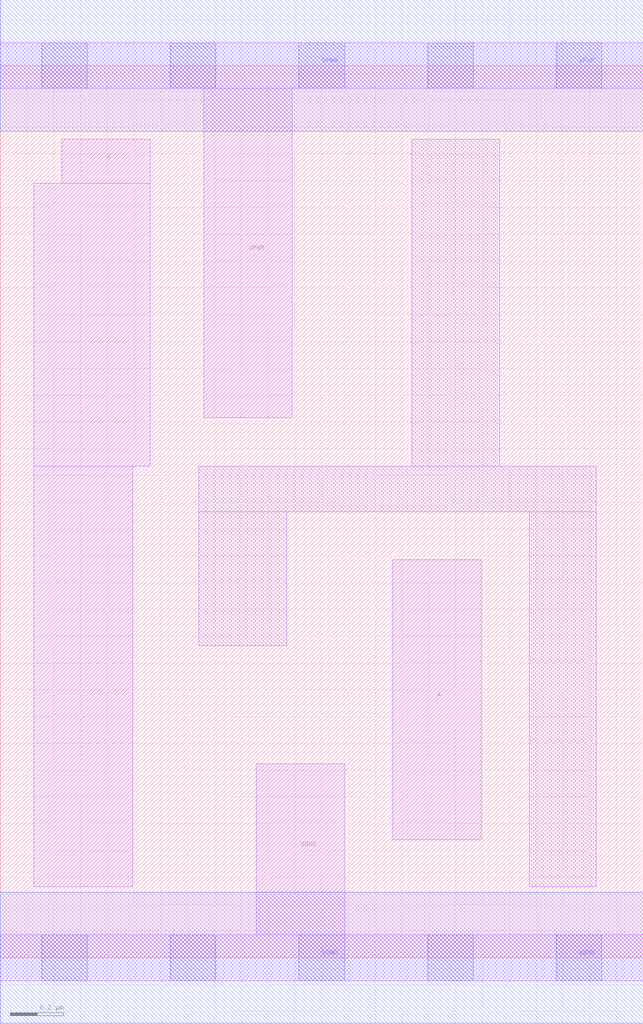
<source format=lef>
# Copyright 2020 The SkyWater PDK Authors
#
# Licensed under the Apache License, Version 2.0 (the "License");
# you may not use this file except in compliance with the License.
# You may obtain a copy of the License at
#
#     https://www.apache.org/licenses/LICENSE-2.0
#
# Unless required by applicable law or agreed to in writing, software
# distributed under the License is distributed on an "AS IS" BASIS,
# WITHOUT WARRANTIES OR CONDITIONS OF ANY KIND, either express or implied.
# See the License for the specific language governing permissions and
# limitations under the License.
#
# SPDX-License-Identifier: Apache-2.0

VERSION 5.7 ;
  NAMESCASESENSITIVE ON ;
  NOWIREEXTENSIONATPIN ON ;
  DIVIDERCHAR "/" ;
  BUSBITCHARS "[]" ;
UNITS
  DATABASE MICRONS 200 ;
END UNITS
MACRO sky130_fd_sc_lp__buf_lp
  CLASS CORE ;
  SOURCE USER ;
  FOREIGN sky130_fd_sc_lp__buf_lp ;
  ORIGIN  0.000000  0.000000 ;
  SIZE  2.400000 BY  3.330000 ;
  SYMMETRY X Y R90 ;
  SITE unit ;
  PIN A
    ANTENNAGATEAREA  0.376000 ;
    DIRECTION INPUT ;
    USE SIGNAL ;
    PORT
      LAYER li1 ;
        RECT 1.465000 0.440000 1.795000 1.485000 ;
    END
  END A
  PIN X
    ANTENNADIFFAREA  0.404700 ;
    DIRECTION OUTPUT ;
    USE SIGNAL ;
    PORT
      LAYER li1 ;
        RECT 0.125000 0.265000 0.495000 1.835000 ;
        RECT 0.125000 1.835000 0.560000 2.890000 ;
        RECT 0.230000 2.890000 0.560000 3.055000 ;
    END
  END X
  PIN VGND
    DIRECTION INOUT ;
    USE GROUND ;
    PORT
      LAYER li1 ;
        RECT 0.000000 -0.085000 2.400000 0.085000 ;
        RECT 0.955000  0.085000 1.285000 0.725000 ;
      LAYER mcon ;
        RECT 0.155000 -0.085000 0.325000 0.085000 ;
        RECT 0.635000 -0.085000 0.805000 0.085000 ;
        RECT 1.115000 -0.085000 1.285000 0.085000 ;
        RECT 1.595000 -0.085000 1.765000 0.085000 ;
        RECT 2.075000 -0.085000 2.245000 0.085000 ;
      LAYER met1 ;
        RECT 0.000000 -0.245000 2.400000 0.245000 ;
    END
  END VGND
  PIN VPWR
    DIRECTION INOUT ;
    USE POWER ;
    PORT
      LAYER li1 ;
        RECT 0.000000 3.245000 2.400000 3.415000 ;
        RECT 0.760000 2.015000 1.090000 3.245000 ;
      LAYER mcon ;
        RECT 0.155000 3.245000 0.325000 3.415000 ;
        RECT 0.635000 3.245000 0.805000 3.415000 ;
        RECT 1.115000 3.245000 1.285000 3.415000 ;
        RECT 1.595000 3.245000 1.765000 3.415000 ;
        RECT 2.075000 3.245000 2.245000 3.415000 ;
      LAYER met1 ;
        RECT 0.000000 3.085000 2.400000 3.575000 ;
    END
  END VPWR
  OBS
    LAYER li1 ;
      RECT 0.740000 1.165000 1.070000 1.665000 ;
      RECT 0.740000 1.665000 2.225000 1.835000 ;
      RECT 1.535000 1.835000 1.865000 3.055000 ;
      RECT 1.975000 0.265000 2.225000 1.665000 ;
  END
END sky130_fd_sc_lp__buf_lp

</source>
